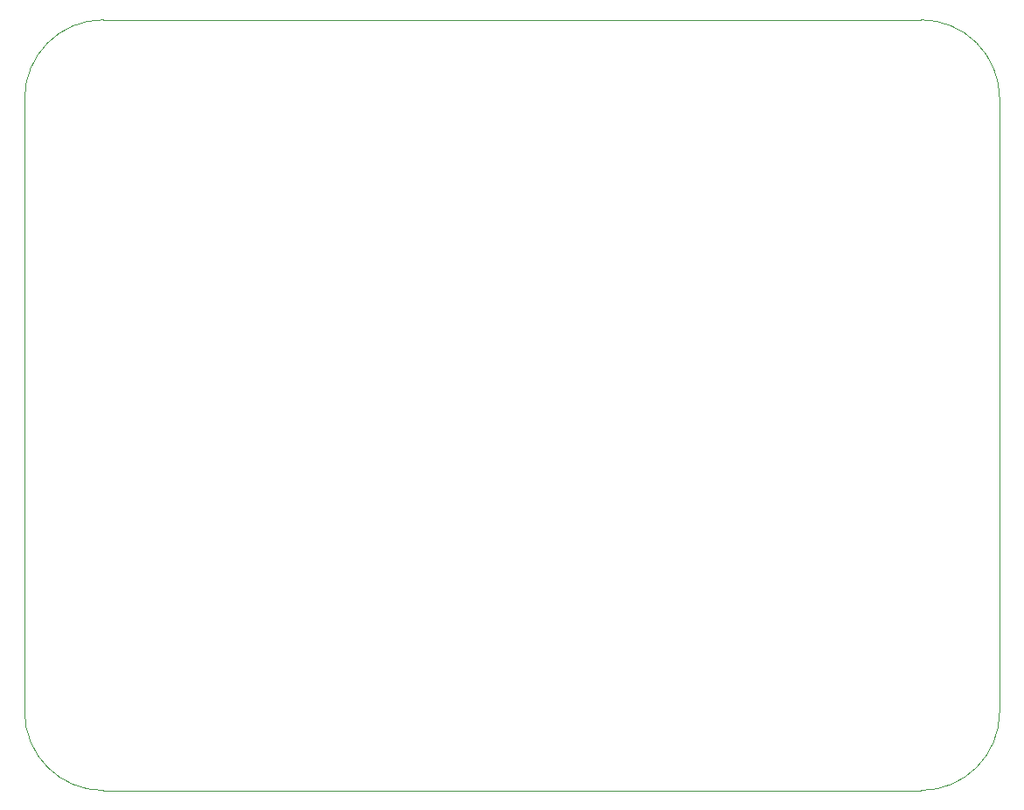
<source format=gbr>
%TF.GenerationSoftware,KiCad,Pcbnew,(5.1.5)-3*%
%TF.CreationDate,2021-01-06T02:35:00-06:00*%
%TF.ProjectId,BPS_Scrutineering,4250535f-5363-4727-9574-696e65657269,rev?*%
%TF.SameCoordinates,Original*%
%TF.FileFunction,Profile,NP*%
%FSLAX46Y46*%
G04 Gerber Fmt 4.6, Leading zero omitted, Abs format (unit mm)*
G04 Created by KiCad (PCBNEW (5.1.5)-3) date 2021-01-06 02:35:00*
%MOMM*%
%LPD*%
G04 APERTURE LIST*
%TA.AperFunction,Profile*%
%ADD10C,0.050000*%
%TD*%
G04 APERTURE END LIST*
D10*
X130048000Y-128240000D02*
X173648000Y-128240000D01*
X130048000Y-53564000D02*
X173648000Y-53564000D01*
X130048000Y-128240000D02*
G75*
G02X122428000Y-120620000I0J7620000D01*
G01*
X216828000Y-120620000D02*
G75*
G02X209208000Y-128240000I-7620000J0D01*
G01*
X209208000Y-53564000D02*
G75*
G02X216828000Y-61184000I0J-7620000D01*
G01*
X122428000Y-61184000D02*
G75*
G02X130048000Y-53564000I7620000J0D01*
G01*
X209208000Y-53564000D02*
X173648000Y-53564000D01*
X216828000Y-120620000D02*
X216828000Y-61184000D01*
X173648000Y-128240000D02*
X209208000Y-128240000D01*
X122428000Y-61184000D02*
X122428000Y-120620000D01*
M02*

</source>
